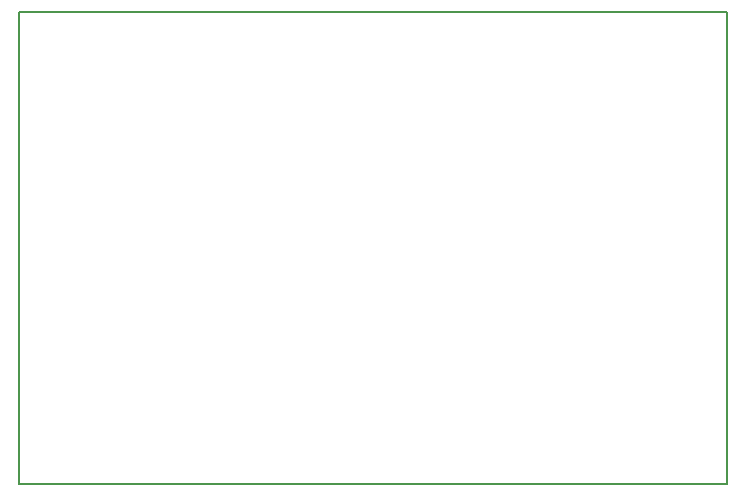
<source format=gbp>
G04 Layer_Color=128*
%FSLAX25Y25*%
%MOIN*%
G70*
G01*
G75*
%ADD18C,0.00500*%
D18*
X0Y157480D02*
X236221D01*
Y0D02*
Y157480D01*
X0Y0D02*
X236221D01*
X0D02*
Y157480D01*
M02*

</source>
